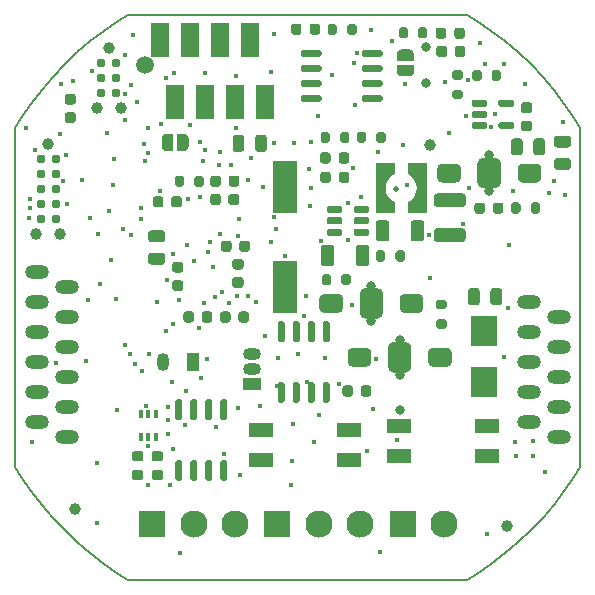
<source format=gbr>
G04 #@! TF.GenerationSoftware,KiCad,Pcbnew,5.1.12*
G04 #@! TF.CreationDate,2022-08-14T20:08:33+02:00*
G04 #@! TF.ProjectId,hec-base,6865632d-6261-4736-952e-6b696361645f,0001*
G04 #@! TF.SameCoordinates,PX4cec620PY8f8c0c0*
G04 #@! TF.FileFunction,Soldermask,Top*
G04 #@! TF.FilePolarity,Negative*
%FSLAX46Y46*%
G04 Gerber Fmt 4.6, Leading zero omitted, Abs format (unit mm)*
G04 Created by KiCad (PCBNEW 5.1.12) date 2022-08-14 20:08:33*
%MOMM*%
%LPD*%
G01*
G04 APERTURE LIST*
G04 #@! TA.AperFunction,Profile*
%ADD10C,0.200000*%
G04 #@! TD*
%ADD11C,1.500000*%
%ADD12R,1.500000X3.000000*%
%ADD13C,0.800000*%
%ADD14O,2.000000X1.200000*%
%ADD15C,1.000000*%
%ADD16R,2.300000X2.500000*%
%ADD17R,0.400000X0.650000*%
%ADD18R,1.500000X1.050000*%
%ADD19O,1.500000X1.050000*%
%ADD20R,1.050000X1.500000*%
%ADD21O,1.050000X1.500000*%
%ADD22C,2.300000*%
%ADD23R,2.300000X2.300000*%
%ADD24C,0.100000*%
%ADD25R,2.000000X1.200000*%
%ADD26R,2.000000X4.500000*%
%ADD27C,0.787400*%
%ADD28C,0.990600*%
%ADD29C,0.450000*%
%ADD30C,0.500000*%
G04 APERTURE END LIST*
D10*
X47811560Y9541500D02*
X47811560Y38296900D01*
X47310460Y39114620D02*
X46483160Y40318400D01*
X9533860Y19200D02*
X38289260Y19200D01*
X512665Y8723800D02*
X1340000Y7520000D01*
X40310760Y46490760D02*
X39106960Y47318095D01*
X47310460Y8723800D02*
X47811560Y9541500D01*
X47811560Y38296900D02*
X47310460Y39114620D01*
X2229200Y41477230D02*
X1340000Y40318400D01*
X512665Y39114620D02*
X11566Y38296900D01*
X3177830Y42587930D02*
X2229200Y41477230D01*
X8716140Y520300D02*
X9533860Y19200D01*
X7512360Y46490760D02*
X6353530Y45601560D01*
X42580260Y44652930D02*
X41469560Y45601560D01*
X5242830Y3185500D02*
X6353530Y2236800D01*
X46483160Y40318400D02*
X45593960Y41477230D01*
X2229200Y6361200D02*
X3177830Y5250500D01*
X40310760Y1347600D02*
X41469560Y2236800D01*
X6353530Y45601560D02*
X5242830Y44652930D01*
X41469560Y45601560D02*
X40310760Y46490760D01*
X38289260Y19200D02*
X39106960Y520300D01*
X7512360Y1347600D02*
X8716140Y520300D01*
X45593960Y41477230D02*
X44645260Y42587930D01*
X46483160Y7520000D02*
X47310460Y8723800D01*
X3177830Y5250500D02*
X4183290Y4190900D01*
X1340000Y40318400D02*
X512665Y39114620D01*
X4183290Y43647470D02*
X3177830Y42587930D01*
X44645260Y42587930D02*
X43639860Y43647470D01*
X39106960Y520300D02*
X40310760Y1347600D01*
X44645260Y5250500D02*
X45593960Y6361200D01*
X41469560Y2236800D02*
X42580260Y3185500D01*
X4183290Y4190900D02*
X5242830Y3185500D01*
X8716140Y47318095D02*
X7512360Y46490760D01*
X43639860Y4190900D02*
X44645260Y5250500D01*
X42580260Y3185500D02*
X43639860Y4190900D01*
X11566Y9541500D02*
X512665Y8723800D01*
X43639860Y43647470D02*
X42580260Y44652930D01*
X45593960Y6361200D02*
X46483160Y7520000D01*
X5242830Y44652930D02*
X4183290Y43647470D01*
X39106960Y47318095D02*
X38289260Y47819194D01*
X6353530Y2236800D02*
X7512360Y1347600D01*
X38289260Y47819194D02*
X9533860Y47819194D01*
X11566Y38296900D02*
X11566Y9541500D01*
X9533860Y47819194D02*
X8716140Y47318095D01*
X1340000Y7520000D02*
X2229200Y6361200D01*
D11*
G04 #@! TO.C,J103*
X11023600Y43599100D03*
D12*
X12293600Y45691100D03*
X13563600Y40491100D03*
X14833600Y45691100D03*
X16103600Y40491100D03*
X17373600Y45691100D03*
X18643600Y40491100D03*
X19913600Y45691100D03*
X21183600Y40491100D03*
G04 #@! TD*
D13*
G04 #@! TO.C,FL203*
X34762440Y45091480D03*
X34762440Y42091480D03*
G04 #@! TD*
G04 #@! TO.C,FL502*
X32562800Y14349600D03*
X32562800Y17349600D03*
G04 #@! TD*
G04 #@! TO.C,FL202*
X40132000Y35942400D03*
X40132000Y32942400D03*
G36*
G01*
X39132000Y33642400D02*
X39132000Y35242400D01*
G75*
G02*
X39632000Y35742400I500000J0D01*
G01*
X40632000Y35742400D01*
G75*
G02*
X41132000Y35242400I0J-500000D01*
G01*
X41132000Y33642400D01*
G75*
G02*
X40632000Y33142400I-500000J0D01*
G01*
X39632000Y33142400D01*
G75*
G02*
X39132000Y33642400I0J500000D01*
G01*
G37*
G36*
G01*
X42532000Y34026400D02*
X42532000Y34858400D01*
G75*
G02*
X42916000Y35242400I384000J0D01*
G01*
X44148000Y35242400D01*
G75*
G02*
X44532000Y34858400I0J-384000D01*
G01*
X44532000Y34026400D01*
G75*
G02*
X44148000Y33642400I-384000J0D01*
G01*
X42916000Y33642400D01*
G75*
G02*
X42532000Y34026400I0J384000D01*
G01*
G37*
G36*
G01*
X35732000Y34026400D02*
X35732000Y34858400D01*
G75*
G02*
X36116000Y35242400I384000J0D01*
G01*
X37348000Y35242400D01*
G75*
G02*
X37732000Y34858400I0J-384000D01*
G01*
X37732000Y34026400D01*
G75*
G02*
X37348000Y33642400I-384000J0D01*
G01*
X36116000Y33642400D01*
G75*
G02*
X35732000Y34026400I0J384000D01*
G01*
G37*
G04 #@! TD*
G04 #@! TO.C,FL201*
X30149800Y24906100D03*
X30149800Y21906100D03*
G36*
G01*
X29149800Y22606100D02*
X29149800Y24206100D01*
G75*
G02*
X29649800Y24706100I500000J0D01*
G01*
X30649800Y24706100D01*
G75*
G02*
X31149800Y24206100I0J-500000D01*
G01*
X31149800Y22606100D01*
G75*
G02*
X30649800Y22106100I-500000J0D01*
G01*
X29649800Y22106100D01*
G75*
G02*
X29149800Y22606100I0J500000D01*
G01*
G37*
G36*
G01*
X32549800Y22990100D02*
X32549800Y23822100D01*
G75*
G02*
X32933800Y24206100I384000J0D01*
G01*
X34165800Y24206100D01*
G75*
G02*
X34549800Y23822100I0J-384000D01*
G01*
X34549800Y22990100D01*
G75*
G02*
X34165800Y22606100I-384000J0D01*
G01*
X32933800Y22606100D01*
G75*
G02*
X32549800Y22990100I0J384000D01*
G01*
G37*
G36*
G01*
X25749800Y22990100D02*
X25749800Y23822100D01*
G75*
G02*
X26133800Y24206100I384000J0D01*
G01*
X27365800Y24206100D01*
G75*
G02*
X27749800Y23822100I0J-384000D01*
G01*
X27749800Y22990100D01*
G75*
G02*
X27365800Y22606100I-384000J0D01*
G01*
X26133800Y22606100D01*
G75*
G02*
X25749800Y22990100I0J384000D01*
G01*
G37*
G04 #@! TD*
G04 #@! TO.C,FL501*
X32550100Y20346800D03*
X32550100Y17346800D03*
G36*
G01*
X31550100Y18046800D02*
X31550100Y19646800D01*
G75*
G02*
X32050100Y20146800I500000J0D01*
G01*
X33050100Y20146800D01*
G75*
G02*
X33550100Y19646800I0J-500000D01*
G01*
X33550100Y18046800D01*
G75*
G02*
X33050100Y17546800I-500000J0D01*
G01*
X32050100Y17546800D01*
G75*
G02*
X31550100Y18046800I0J500000D01*
G01*
G37*
G36*
G01*
X34950100Y18430800D02*
X34950100Y19262800D01*
G75*
G02*
X35334100Y19646800I384000J0D01*
G01*
X36566100Y19646800D01*
G75*
G02*
X36950100Y19262800I0J-384000D01*
G01*
X36950100Y18430800D01*
G75*
G02*
X36566100Y18046800I-384000J0D01*
G01*
X35334100Y18046800D01*
G75*
G02*
X34950100Y18430800I0J384000D01*
G01*
G37*
G36*
G01*
X28150100Y18430800D02*
X28150100Y19262800D01*
G75*
G02*
X28534100Y19646800I384000J0D01*
G01*
X29766100Y19646800D01*
G75*
G02*
X30150100Y19262800I0J-384000D01*
G01*
X30150100Y18430800D01*
G75*
G02*
X29766100Y18046800I-384000J0D01*
G01*
X28534100Y18046800D01*
G75*
G02*
X28150100Y18430800I0J384000D01*
G01*
G37*
G04 #@! TD*
D14*
G04 #@! TO.C,J102*
X43460000Y23530000D03*
X46000000Y22260000D03*
X43460000Y20990000D03*
X46000000Y19720000D03*
X43460000Y18450000D03*
X46000000Y17180000D03*
X43460000Y15910000D03*
X46000000Y14640000D03*
X43460000Y13370000D03*
X46000000Y12100000D03*
G04 #@! TD*
G04 #@! TO.C,R208*
G36*
G01*
X27603000Y25125000D02*
X27603000Y25675000D01*
G75*
G02*
X27803000Y25875000I200000J0D01*
G01*
X28203000Y25875000D01*
G75*
G02*
X28403000Y25675000I0J-200000D01*
G01*
X28403000Y25125000D01*
G75*
G02*
X28203000Y24925000I-200000J0D01*
G01*
X27803000Y24925000D01*
G75*
G02*
X27603000Y25125000I0J200000D01*
G01*
G37*
G36*
G01*
X25953000Y25125000D02*
X25953000Y25675000D01*
G75*
G02*
X26153000Y25875000I200000J0D01*
G01*
X26553000Y25875000D01*
G75*
G02*
X26753000Y25675000I0J-200000D01*
G01*
X26753000Y25125000D01*
G75*
G02*
X26553000Y24925000I-200000J0D01*
G01*
X26153000Y24925000D01*
G75*
G02*
X25953000Y25125000I0J200000D01*
G01*
G37*
G04 #@! TD*
D15*
G04 #@! TO.C,FID106*
X35077400Y36842700D03*
G04 #@! TD*
G04 #@! TO.C,FID104*
X41617900Y4584700D03*
G04 #@! TD*
G04 #@! TO.C,FID102*
X5067300Y6032500D03*
G04 #@! TD*
G04 #@! TO.C,D202*
G36*
G01*
X40456600Y31214350D02*
X40456600Y31726850D01*
G75*
G02*
X40675350Y31945600I218750J0D01*
G01*
X41112850Y31945600D01*
G75*
G02*
X41331600Y31726850I0J-218750D01*
G01*
X41331600Y31214350D01*
G75*
G02*
X41112850Y30995600I-218750J0D01*
G01*
X40675350Y30995600D01*
G75*
G02*
X40456600Y31214350I0J218750D01*
G01*
G37*
G36*
G01*
X38881600Y31214350D02*
X38881600Y31726850D01*
G75*
G02*
X39100350Y31945600I218750J0D01*
G01*
X39537850Y31945600D01*
G75*
G02*
X39756600Y31726850I0J-218750D01*
G01*
X39756600Y31214350D01*
G75*
G02*
X39537850Y30995600I-218750J0D01*
G01*
X39100350Y30995600D01*
G75*
G02*
X38881600Y31214350I0J218750D01*
G01*
G37*
G04 #@! TD*
G04 #@! TO.C,C202*
G36*
G01*
X28814600Y26807399D02*
X28814600Y28107401D01*
G75*
G02*
X29064599Y28357400I249999J0D01*
G01*
X29714601Y28357400D01*
G75*
G02*
X29964600Y28107401I0J-249999D01*
G01*
X29964600Y26807399D01*
G75*
G02*
X29714601Y26557400I-249999J0D01*
G01*
X29064599Y26557400D01*
G75*
G02*
X28814600Y26807399I0J249999D01*
G01*
G37*
G36*
G01*
X25864600Y26807399D02*
X25864600Y28107401D01*
G75*
G02*
X26114599Y28357400I249999J0D01*
G01*
X26764601Y28357400D01*
G75*
G02*
X27014600Y28107401I0J-249999D01*
G01*
X27014600Y26807399D01*
G75*
G02*
X26764601Y26557400I-249999J0D01*
G01*
X26114599Y26557400D01*
G75*
G02*
X25864600Y26807399I0J249999D01*
G01*
G37*
G04 #@! TD*
G04 #@! TO.C,C203*
G36*
G01*
X35691899Y29770500D02*
X37891901Y29770500D01*
G75*
G02*
X38141900Y29520501I0J-249999D01*
G01*
X38141900Y28870499D01*
G75*
G02*
X37891901Y28620500I-249999J0D01*
G01*
X35691899Y28620500D01*
G75*
G02*
X35441900Y28870499I0J249999D01*
G01*
X35441900Y29520501D01*
G75*
G02*
X35691899Y29770500I249999J0D01*
G01*
G37*
G36*
G01*
X35691899Y32720500D02*
X37891901Y32720500D01*
G75*
G02*
X38141900Y32470501I0J-249999D01*
G01*
X38141900Y31820499D01*
G75*
G02*
X37891901Y31570500I-249999J0D01*
G01*
X35691899Y31570500D01*
G75*
G02*
X35441900Y31820499I0J249999D01*
G01*
X35441900Y32470501D01*
G75*
G02*
X35691899Y32720500I249999J0D01*
G01*
G37*
G04 #@! TD*
G04 #@! TO.C,C204*
G36*
G01*
X33477300Y28902899D02*
X33477300Y30202901D01*
G75*
G02*
X33727299Y30452900I249999J0D01*
G01*
X34377301Y30452900D01*
G75*
G02*
X34627300Y30202901I0J-249999D01*
G01*
X34627300Y28902899D01*
G75*
G02*
X34377301Y28652900I-249999J0D01*
G01*
X33727299Y28652900D01*
G75*
G02*
X33477300Y28902899I0J249999D01*
G01*
G37*
G36*
G01*
X30527300Y28902899D02*
X30527300Y30202901D01*
G75*
G02*
X30777299Y30452900I249999J0D01*
G01*
X31427301Y30452900D01*
G75*
G02*
X31677300Y30202901I0J-249999D01*
G01*
X31677300Y28902899D01*
G75*
G02*
X31427301Y28652900I-249999J0D01*
G01*
X30777299Y28652900D01*
G75*
G02*
X30527300Y28902899I0J249999D01*
G01*
G37*
G04 #@! TD*
G04 #@! TO.C,C205*
G36*
G01*
X43044300Y38874820D02*
X43544300Y38874820D01*
G75*
G02*
X43769300Y38649820I0J-225000D01*
G01*
X43769300Y38199820D01*
G75*
G02*
X43544300Y37974820I-225000J0D01*
G01*
X43044300Y37974820D01*
G75*
G02*
X42819300Y38199820I0J225000D01*
G01*
X42819300Y38649820D01*
G75*
G02*
X43044300Y38874820I225000J0D01*
G01*
G37*
G36*
G01*
X43044300Y40424820D02*
X43544300Y40424820D01*
G75*
G02*
X43769300Y40199820I0J-225000D01*
G01*
X43769300Y39749820D01*
G75*
G02*
X43544300Y39524820I-225000J0D01*
G01*
X43044300Y39524820D01*
G75*
G02*
X42819300Y39749820I0J225000D01*
G01*
X42819300Y40199820D01*
G75*
G02*
X43044300Y40424820I225000J0D01*
G01*
G37*
G04 #@! TD*
G04 #@! TO.C,C206*
G36*
G01*
X43873840Y36182280D02*
X43873840Y37132280D01*
G75*
G02*
X44123840Y37382280I250000J0D01*
G01*
X44623840Y37382280D01*
G75*
G02*
X44873840Y37132280I0J-250000D01*
G01*
X44873840Y36182280D01*
G75*
G02*
X44623840Y35932280I-250000J0D01*
G01*
X44123840Y35932280D01*
G75*
G02*
X43873840Y36182280I0J250000D01*
G01*
G37*
G36*
G01*
X41973840Y36182280D02*
X41973840Y37132280D01*
G75*
G02*
X42223840Y37382280I250000J0D01*
G01*
X42723840Y37382280D01*
G75*
G02*
X42973840Y37132280I0J-250000D01*
G01*
X42973840Y36182280D01*
G75*
G02*
X42723840Y35932280I-250000J0D01*
G01*
X42223840Y35932280D01*
G75*
G02*
X41973840Y36182280I0J250000D01*
G01*
G37*
G04 #@! TD*
G04 #@! TO.C,C207*
G36*
G01*
X46809680Y36599280D02*
X45859680Y36599280D01*
G75*
G02*
X45609680Y36849280I0J250000D01*
G01*
X45609680Y37349280D01*
G75*
G02*
X45859680Y37599280I250000J0D01*
G01*
X46809680Y37599280D01*
G75*
G02*
X47059680Y37349280I0J-250000D01*
G01*
X47059680Y36849280D01*
G75*
G02*
X46809680Y36599280I-250000J0D01*
G01*
G37*
G36*
G01*
X46809680Y34699280D02*
X45859680Y34699280D01*
G75*
G02*
X45609680Y34949280I0J250000D01*
G01*
X45609680Y35449280D01*
G75*
G02*
X45859680Y35699280I250000J0D01*
G01*
X46809680Y35699280D01*
G75*
G02*
X47059680Y35449280I0J-250000D01*
G01*
X47059680Y34949280D01*
G75*
G02*
X46809680Y34699280I-250000J0D01*
G01*
G37*
G04 #@! TD*
G04 #@! TO.C,C214*
G36*
G01*
X18606960Y25623640D02*
X19106960Y25623640D01*
G75*
G02*
X19331960Y25398640I0J-225000D01*
G01*
X19331960Y24948640D01*
G75*
G02*
X19106960Y24723640I-225000J0D01*
G01*
X18606960Y24723640D01*
G75*
G02*
X18381960Y24948640I0J225000D01*
G01*
X18381960Y25398640D01*
G75*
G02*
X18606960Y25623640I225000J0D01*
G01*
G37*
G36*
G01*
X18606960Y27173640D02*
X19106960Y27173640D01*
G75*
G02*
X19331960Y26948640I0J-225000D01*
G01*
X19331960Y26498640D01*
G75*
G02*
X19106960Y26273640I-225000J0D01*
G01*
X18606960Y26273640D01*
G75*
G02*
X18381960Y26498640I0J225000D01*
G01*
X18381960Y26948640D01*
G75*
G02*
X18606960Y27173640I225000J0D01*
G01*
G37*
G04 #@! TD*
G04 #@! TO.C,C215*
G36*
G01*
X37205800Y44492100D02*
X37205800Y44992100D01*
G75*
G02*
X37430800Y45217100I225000J0D01*
G01*
X37880800Y45217100D01*
G75*
G02*
X38105800Y44992100I0J-225000D01*
G01*
X38105800Y44492100D01*
G75*
G02*
X37880800Y44267100I-225000J0D01*
G01*
X37430800Y44267100D01*
G75*
G02*
X37205800Y44492100I0J225000D01*
G01*
G37*
G36*
G01*
X35655800Y44492100D02*
X35655800Y44992100D01*
G75*
G02*
X35880800Y45217100I225000J0D01*
G01*
X36330800Y45217100D01*
G75*
G02*
X36555800Y44992100I0J-225000D01*
G01*
X36555800Y44492100D01*
G75*
G02*
X36330800Y44267100I-225000J0D01*
G01*
X35880800Y44267100D01*
G75*
G02*
X35655800Y44492100I0J225000D01*
G01*
G37*
G04 #@! TD*
G04 #@! TO.C,C216*
G36*
G01*
X18066900Y33506600D02*
X18066900Y34006600D01*
G75*
G02*
X18291900Y34231600I225000J0D01*
G01*
X18741900Y34231600D01*
G75*
G02*
X18966900Y34006600I0J-225000D01*
G01*
X18966900Y33506600D01*
G75*
G02*
X18741900Y33281600I-225000J0D01*
G01*
X18291900Y33281600D01*
G75*
G02*
X18066900Y33506600I0J225000D01*
G01*
G37*
G36*
G01*
X16516900Y33506600D02*
X16516900Y34006600D01*
G75*
G02*
X16741900Y34231600I225000J0D01*
G01*
X17191900Y34231600D01*
G75*
G02*
X17416900Y34006600I0J-225000D01*
G01*
X17416900Y33506600D01*
G75*
G02*
X17191900Y33281600I-225000J0D01*
G01*
X16741900Y33281600D01*
G75*
G02*
X16516900Y33506600I0J225000D01*
G01*
G37*
G04 #@! TD*
G04 #@! TO.C,C217*
G36*
G01*
X12552800Y32254000D02*
X12552800Y31754000D01*
G75*
G02*
X12327800Y31529000I-225000J0D01*
G01*
X11877800Y31529000D01*
G75*
G02*
X11652800Y31754000I0J225000D01*
G01*
X11652800Y32254000D01*
G75*
G02*
X11877800Y32479000I225000J0D01*
G01*
X12327800Y32479000D01*
G75*
G02*
X12552800Y32254000I0J-225000D01*
G01*
G37*
G36*
G01*
X14102800Y32254000D02*
X14102800Y31754000D01*
G75*
G02*
X13877800Y31529000I-225000J0D01*
G01*
X13427800Y31529000D01*
G75*
G02*
X13202800Y31754000I0J225000D01*
G01*
X13202800Y32254000D01*
G75*
G02*
X13427800Y32479000I225000J0D01*
G01*
X13877800Y32479000D01*
G75*
G02*
X14102800Y32254000I0J-225000D01*
G01*
G37*
G04 #@! TD*
G04 #@! TO.C,C218*
G36*
G01*
X20300100Y36482000D02*
X20300100Y37432000D01*
G75*
G02*
X20550100Y37682000I250000J0D01*
G01*
X21050100Y37682000D01*
G75*
G02*
X21300100Y37432000I0J-250000D01*
G01*
X21300100Y36482000D01*
G75*
G02*
X21050100Y36232000I-250000J0D01*
G01*
X20550100Y36232000D01*
G75*
G02*
X20300100Y36482000I0J250000D01*
G01*
G37*
G36*
G01*
X18400100Y36482000D02*
X18400100Y37432000D01*
G75*
G02*
X18650100Y37682000I250000J0D01*
G01*
X19150100Y37682000D01*
G75*
G02*
X19400100Y37432000I0J-250000D01*
G01*
X19400100Y36482000D01*
G75*
G02*
X19150100Y36232000I-250000J0D01*
G01*
X18650100Y36232000D01*
G75*
G02*
X18400100Y36482000I0J250000D01*
G01*
G37*
G04 #@! TD*
G04 #@! TO.C,C219*
G36*
G01*
X11501100Y27690700D02*
X12451100Y27690700D01*
G75*
G02*
X12701100Y27440700I0J-250000D01*
G01*
X12701100Y26940700D01*
G75*
G02*
X12451100Y26690700I-250000J0D01*
G01*
X11501100Y26690700D01*
G75*
G02*
X11251100Y26940700I0J250000D01*
G01*
X11251100Y27440700D01*
G75*
G02*
X11501100Y27690700I250000J0D01*
G01*
G37*
G36*
G01*
X11501100Y29590700D02*
X12451100Y29590700D01*
G75*
G02*
X12701100Y29340700I0J-250000D01*
G01*
X12701100Y28840700D01*
G75*
G02*
X12451100Y28590700I-250000J0D01*
G01*
X11501100Y28590700D01*
G75*
G02*
X11251100Y28840700I0J250000D01*
G01*
X11251100Y29340700D01*
G75*
G02*
X11501100Y29590700I250000J0D01*
G01*
G37*
G04 #@! TD*
G04 #@! TO.C,C220*
G36*
G01*
X18054200Y31957200D02*
X18054200Y32457200D01*
G75*
G02*
X18279200Y32682200I225000J0D01*
G01*
X18729200Y32682200D01*
G75*
G02*
X18954200Y32457200I0J-225000D01*
G01*
X18954200Y31957200D01*
G75*
G02*
X18729200Y31732200I-225000J0D01*
G01*
X18279200Y31732200D01*
G75*
G02*
X18054200Y31957200I0J225000D01*
G01*
G37*
G36*
G01*
X16504200Y31957200D02*
X16504200Y32457200D01*
G75*
G02*
X16729200Y32682200I225000J0D01*
G01*
X17179200Y32682200D01*
G75*
G02*
X17404200Y32457200I0J-225000D01*
G01*
X17404200Y31957200D01*
G75*
G02*
X17179200Y31732200I-225000J0D01*
G01*
X16729200Y31732200D01*
G75*
G02*
X16504200Y31957200I0J225000D01*
G01*
G37*
G04 #@! TD*
G04 #@! TO.C,C221*
G36*
G01*
X18968600Y27994800D02*
X18968600Y28494800D01*
G75*
G02*
X19193600Y28719800I225000J0D01*
G01*
X19643600Y28719800D01*
G75*
G02*
X19868600Y28494800I0J-225000D01*
G01*
X19868600Y27994800D01*
G75*
G02*
X19643600Y27769800I-225000J0D01*
G01*
X19193600Y27769800D01*
G75*
G02*
X18968600Y27994800I0J225000D01*
G01*
G37*
G36*
G01*
X17418600Y27994800D02*
X17418600Y28494800D01*
G75*
G02*
X17643600Y28719800I225000J0D01*
G01*
X18093600Y28719800D01*
G75*
G02*
X18318600Y28494800I0J-225000D01*
G01*
X18318600Y27994800D01*
G75*
G02*
X18093600Y27769800I-225000J0D01*
G01*
X17643600Y27769800D01*
G75*
G02*
X17418600Y27994800I0J225000D01*
G01*
G37*
G04 #@! TD*
G04 #@! TO.C,C222*
G36*
G01*
X13504100Y25367100D02*
X14004100Y25367100D01*
G75*
G02*
X14229100Y25142100I0J-225000D01*
G01*
X14229100Y24692100D01*
G75*
G02*
X14004100Y24467100I-225000J0D01*
G01*
X13504100Y24467100D01*
G75*
G02*
X13279100Y24692100I0J225000D01*
G01*
X13279100Y25142100D01*
G75*
G02*
X13504100Y25367100I225000J0D01*
G01*
G37*
G36*
G01*
X13504100Y26917100D02*
X14004100Y26917100D01*
G75*
G02*
X14229100Y26692100I0J-225000D01*
G01*
X14229100Y26242100D01*
G75*
G02*
X14004100Y26017100I-225000J0D01*
G01*
X13504100Y26017100D01*
G75*
G02*
X13279100Y26242100I0J225000D01*
G01*
X13279100Y26692100D01*
G75*
G02*
X13504100Y26917100I225000J0D01*
G01*
G37*
G04 #@! TD*
G04 #@! TO.C,C223*
G36*
G01*
X15793600Y22013100D02*
X15793600Y22513100D01*
G75*
G02*
X16018600Y22738100I225000J0D01*
G01*
X16468600Y22738100D01*
G75*
G02*
X16693600Y22513100I0J-225000D01*
G01*
X16693600Y22013100D01*
G75*
G02*
X16468600Y21788100I-225000J0D01*
G01*
X16018600Y21788100D01*
G75*
G02*
X15793600Y22013100I0J225000D01*
G01*
G37*
G36*
G01*
X14243600Y22013100D02*
X14243600Y22513100D01*
G75*
G02*
X14468600Y22738100I225000J0D01*
G01*
X14918600Y22738100D01*
G75*
G02*
X15143600Y22513100I0J-225000D01*
G01*
X15143600Y22013100D01*
G75*
G02*
X14918600Y21788100I-225000J0D01*
G01*
X14468600Y21788100D01*
G75*
G02*
X14243600Y22013100I0J225000D01*
G01*
G37*
G04 #@! TD*
G04 #@! TO.C,C224*
G36*
G01*
X18242400Y22500400D02*
X18242400Y22000400D01*
G75*
G02*
X18017400Y21775400I-225000J0D01*
G01*
X17567400Y21775400D01*
G75*
G02*
X17342400Y22000400I0J225000D01*
G01*
X17342400Y22500400D01*
G75*
G02*
X17567400Y22725400I225000J0D01*
G01*
X18017400Y22725400D01*
G75*
G02*
X18242400Y22500400I0J-225000D01*
G01*
G37*
G36*
G01*
X19792400Y22500400D02*
X19792400Y22000400D01*
G75*
G02*
X19567400Y21775400I-225000J0D01*
G01*
X19117400Y21775400D01*
G75*
G02*
X18892400Y22000400I0J225000D01*
G01*
X18892400Y22500400D01*
G75*
G02*
X19117400Y22725400I225000J0D01*
G01*
X19567400Y22725400D01*
G75*
G02*
X19792400Y22500400I0J-225000D01*
G01*
G37*
G04 #@! TD*
G04 #@! TO.C,C401*
G36*
G01*
X4910900Y40241100D02*
X4410900Y40241100D01*
G75*
G02*
X4185900Y40466100I0J225000D01*
G01*
X4185900Y40916100D01*
G75*
G02*
X4410900Y41141100I225000J0D01*
G01*
X4910900Y41141100D01*
G75*
G02*
X5135900Y40916100I0J-225000D01*
G01*
X5135900Y40466100D01*
G75*
G02*
X4910900Y40241100I-225000J0D01*
G01*
G37*
G36*
G01*
X4910900Y38691100D02*
X4410900Y38691100D01*
G75*
G02*
X4185900Y38916100I0J225000D01*
G01*
X4185900Y39366100D01*
G75*
G02*
X4410900Y39591100I225000J0D01*
G01*
X4910900Y39591100D01*
G75*
G02*
X5135900Y39366100I0J-225000D01*
G01*
X5135900Y38916100D01*
G75*
G02*
X4910900Y38691100I-225000J0D01*
G01*
G37*
G04 #@! TD*
G04 #@! TO.C,C502*
G36*
G01*
X40226400Y23502600D02*
X40226400Y24452600D01*
G75*
G02*
X40476400Y24702600I250000J0D01*
G01*
X40976400Y24702600D01*
G75*
G02*
X41226400Y24452600I0J-250000D01*
G01*
X41226400Y23502600D01*
G75*
G02*
X40976400Y23252600I-250000J0D01*
G01*
X40476400Y23252600D01*
G75*
G02*
X40226400Y23502600I0J250000D01*
G01*
G37*
G36*
G01*
X38326400Y23502600D02*
X38326400Y24452600D01*
G75*
G02*
X38576400Y24702600I250000J0D01*
G01*
X39076400Y24702600D01*
G75*
G02*
X39326400Y24452600I0J-250000D01*
G01*
X39326400Y23502600D01*
G75*
G02*
X39076400Y23252600I-250000J0D01*
G01*
X38576400Y23252600D01*
G75*
G02*
X38326400Y23502600I0J250000D01*
G01*
G37*
G04 #@! TD*
G04 #@! TO.C,C503*
G36*
G01*
X29255300Y15739300D02*
X29255300Y16239300D01*
G75*
G02*
X29480300Y16464300I225000J0D01*
G01*
X29930300Y16464300D01*
G75*
G02*
X30155300Y16239300I0J-225000D01*
G01*
X30155300Y15739300D01*
G75*
G02*
X29930300Y15514300I-225000J0D01*
G01*
X29480300Y15514300D01*
G75*
G02*
X29255300Y15739300I0J225000D01*
G01*
G37*
G36*
G01*
X27705300Y15739300D02*
X27705300Y16239300D01*
G75*
G02*
X27930300Y16464300I225000J0D01*
G01*
X28380300Y16464300D01*
G75*
G02*
X28605300Y16239300I0J-225000D01*
G01*
X28605300Y15739300D01*
G75*
G02*
X28380300Y15514300I-225000J0D01*
G01*
X27930300Y15514300D01*
G75*
G02*
X27705300Y15739300I0J225000D01*
G01*
G37*
G04 #@! TD*
G04 #@! TO.C,D203*
G36*
G01*
X36480000Y46547750D02*
X36480000Y46035250D01*
G75*
G02*
X36261250Y45816500I-218750J0D01*
G01*
X35823750Y45816500D01*
G75*
G02*
X35605000Y46035250I0J218750D01*
G01*
X35605000Y46547750D01*
G75*
G02*
X35823750Y46766500I218750J0D01*
G01*
X36261250Y46766500D01*
G75*
G02*
X36480000Y46547750I0J-218750D01*
G01*
G37*
G36*
G01*
X38055000Y46547750D02*
X38055000Y46035250D01*
G75*
G02*
X37836250Y45816500I-218750J0D01*
G01*
X37398750Y45816500D01*
G75*
G02*
X37180000Y46035250I0J218750D01*
G01*
X37180000Y46547750D01*
G75*
G02*
X37398750Y46766500I218750J0D01*
G01*
X37836250Y46766500D01*
G75*
G02*
X38055000Y46547750I0J-218750D01*
G01*
G37*
G04 #@! TD*
G04 #@! TO.C,D204*
G36*
G01*
X24937200Y46365450D02*
X24937200Y46877950D01*
G75*
G02*
X25155950Y47096700I218750J0D01*
G01*
X25593450Y47096700D01*
G75*
G02*
X25812200Y46877950I0J-218750D01*
G01*
X25812200Y46365450D01*
G75*
G02*
X25593450Y46146700I-218750J0D01*
G01*
X25155950Y46146700D01*
G75*
G02*
X24937200Y46365450I0J218750D01*
G01*
G37*
G36*
G01*
X23362200Y46365450D02*
X23362200Y46877950D01*
G75*
G02*
X23580950Y47096700I218750J0D01*
G01*
X24018450Y47096700D01*
G75*
G02*
X24237200Y46877950I0J-218750D01*
G01*
X24237200Y46365450D01*
G75*
G02*
X24018450Y46146700I-218750J0D01*
G01*
X23580950Y46146700D01*
G75*
G02*
X23362200Y46365450I0J218750D01*
G01*
G37*
G04 #@! TD*
G04 #@! TO.C,D301*
G36*
G01*
X12295850Y10027300D02*
X11783350Y10027300D01*
G75*
G02*
X11564600Y10246050I0J218750D01*
G01*
X11564600Y10683550D01*
G75*
G02*
X11783350Y10902300I218750J0D01*
G01*
X12295850Y10902300D01*
G75*
G02*
X12514600Y10683550I0J-218750D01*
G01*
X12514600Y10246050D01*
G75*
G02*
X12295850Y10027300I-218750J0D01*
G01*
G37*
G36*
G01*
X12295850Y8452300D02*
X11783350Y8452300D01*
G75*
G02*
X11564600Y8671050I0J218750D01*
G01*
X11564600Y9108550D01*
G75*
G02*
X11783350Y9327300I218750J0D01*
G01*
X12295850Y9327300D01*
G75*
G02*
X12514600Y9108550I0J-218750D01*
G01*
X12514600Y8671050D01*
G75*
G02*
X12295850Y8452300I-218750J0D01*
G01*
G37*
G04 #@! TD*
G04 #@! TO.C,D304*
G36*
G01*
X10619450Y10027500D02*
X10106950Y10027500D01*
G75*
G02*
X9888200Y10246250I0J218750D01*
G01*
X9888200Y10683750D01*
G75*
G02*
X10106950Y10902500I218750J0D01*
G01*
X10619450Y10902500D01*
G75*
G02*
X10838200Y10683750I0J-218750D01*
G01*
X10838200Y10246250D01*
G75*
G02*
X10619450Y10027500I-218750J0D01*
G01*
G37*
G36*
G01*
X10619450Y8452500D02*
X10106950Y8452500D01*
G75*
G02*
X9888200Y8671250I0J218750D01*
G01*
X9888200Y9108750D01*
G75*
G02*
X10106950Y9327500I218750J0D01*
G01*
X10619450Y9327500D01*
G75*
G02*
X10838200Y9108750I0J-218750D01*
G01*
X10838200Y8671250D01*
G75*
G02*
X10619450Y8452500I-218750J0D01*
G01*
G37*
G04 #@! TD*
G04 #@! TO.C,D401*
G36*
G01*
X26701000Y34343050D02*
X26701000Y33830550D01*
G75*
G02*
X26482250Y33611800I-218750J0D01*
G01*
X26044750Y33611800D01*
G75*
G02*
X25826000Y33830550I0J218750D01*
G01*
X25826000Y34343050D01*
G75*
G02*
X26044750Y34561800I218750J0D01*
G01*
X26482250Y34561800D01*
G75*
G02*
X26701000Y34343050I0J-218750D01*
G01*
G37*
G36*
G01*
X28276000Y34343050D02*
X28276000Y33830550D01*
G75*
G02*
X28057250Y33611800I-218750J0D01*
G01*
X27619750Y33611800D01*
G75*
G02*
X27401000Y33830550I0J218750D01*
G01*
X27401000Y34343050D01*
G75*
G02*
X27619750Y34561800I218750J0D01*
G01*
X28057250Y34561800D01*
G75*
G02*
X28276000Y34343050I0J-218750D01*
G01*
G37*
G04 #@! TD*
G04 #@! TO.C,D402*
G36*
G01*
X26701000Y35981350D02*
X26701000Y35468850D01*
G75*
G02*
X26482250Y35250100I-218750J0D01*
G01*
X26044750Y35250100D01*
G75*
G02*
X25826000Y35468850I0J218750D01*
G01*
X25826000Y35981350D01*
G75*
G02*
X26044750Y36200100I218750J0D01*
G01*
X26482250Y36200100D01*
G75*
G02*
X26701000Y35981350I0J-218750D01*
G01*
G37*
G36*
G01*
X28276000Y35981350D02*
X28276000Y35468850D01*
G75*
G02*
X28057250Y35250100I-218750J0D01*
G01*
X27619750Y35250100D01*
G75*
G02*
X27401000Y35468850I0J218750D01*
G01*
X27401000Y35981350D01*
G75*
G02*
X27619750Y36200100I218750J0D01*
G01*
X28057250Y36200100D01*
G75*
G02*
X28276000Y35981350I0J-218750D01*
G01*
G37*
G04 #@! TD*
D16*
G04 #@! TO.C,D501*
X39725600Y16747600D03*
X39725600Y21047600D03*
G04 #@! TD*
G04 #@! TO.C,IC201*
G36*
G01*
X28643600Y31191100D02*
X28643600Y31491100D01*
G75*
G02*
X28793600Y31641100I150000J0D01*
G01*
X29818600Y31641100D01*
G75*
G02*
X29968600Y31491100I0J-150000D01*
G01*
X29968600Y31191100D01*
G75*
G02*
X29818600Y31041100I-150000J0D01*
G01*
X28793600Y31041100D01*
G75*
G02*
X28643600Y31191100I0J150000D01*
G01*
G37*
G36*
G01*
X28643600Y30241100D02*
X28643600Y30541100D01*
G75*
G02*
X28793600Y30691100I150000J0D01*
G01*
X29818600Y30691100D01*
G75*
G02*
X29968600Y30541100I0J-150000D01*
G01*
X29968600Y30241100D01*
G75*
G02*
X29818600Y30091100I-150000J0D01*
G01*
X28793600Y30091100D01*
G75*
G02*
X28643600Y30241100I0J150000D01*
G01*
G37*
G36*
G01*
X28643600Y29291100D02*
X28643600Y29591100D01*
G75*
G02*
X28793600Y29741100I150000J0D01*
G01*
X29818600Y29741100D01*
G75*
G02*
X29968600Y29591100I0J-150000D01*
G01*
X29968600Y29291100D01*
G75*
G02*
X29818600Y29141100I-150000J0D01*
G01*
X28793600Y29141100D01*
G75*
G02*
X28643600Y29291100I0J150000D01*
G01*
G37*
G36*
G01*
X26368600Y29291100D02*
X26368600Y29591100D01*
G75*
G02*
X26518600Y29741100I150000J0D01*
G01*
X27543600Y29741100D01*
G75*
G02*
X27693600Y29591100I0J-150000D01*
G01*
X27693600Y29291100D01*
G75*
G02*
X27543600Y29141100I-150000J0D01*
G01*
X26518600Y29141100D01*
G75*
G02*
X26368600Y29291100I0J150000D01*
G01*
G37*
G36*
G01*
X26368600Y30241100D02*
X26368600Y30541100D01*
G75*
G02*
X26518600Y30691100I150000J0D01*
G01*
X27543600Y30691100D01*
G75*
G02*
X27693600Y30541100I0J-150000D01*
G01*
X27693600Y30241100D01*
G75*
G02*
X27543600Y30091100I-150000J0D01*
G01*
X26518600Y30091100D01*
G75*
G02*
X26368600Y30241100I0J150000D01*
G01*
G37*
G36*
G01*
X26368600Y31191100D02*
X26368600Y31491100D01*
G75*
G02*
X26518600Y31641100I150000J0D01*
G01*
X27543600Y31641100D01*
G75*
G02*
X27693600Y31491100I0J-150000D01*
G01*
X27693600Y31191100D01*
G75*
G02*
X27543600Y31041100I-150000J0D01*
G01*
X26518600Y31041100D01*
G75*
G02*
X26368600Y31191100I0J150000D01*
G01*
G37*
G04 #@! TD*
G04 #@! TO.C,IC202*
G36*
G01*
X40911800Y40208100D02*
X40911800Y40508100D01*
G75*
G02*
X41061800Y40658100I150000J0D01*
G01*
X42086800Y40658100D01*
G75*
G02*
X42236800Y40508100I0J-150000D01*
G01*
X42236800Y40208100D01*
G75*
G02*
X42086800Y40058100I-150000J0D01*
G01*
X41061800Y40058100D01*
G75*
G02*
X40911800Y40208100I0J150000D01*
G01*
G37*
G36*
G01*
X40911800Y38308100D02*
X40911800Y38608100D01*
G75*
G02*
X41061800Y38758100I150000J0D01*
G01*
X42086800Y38758100D01*
G75*
G02*
X42236800Y38608100I0J-150000D01*
G01*
X42236800Y38308100D01*
G75*
G02*
X42086800Y38158100I-150000J0D01*
G01*
X41061800Y38158100D01*
G75*
G02*
X40911800Y38308100I0J150000D01*
G01*
G37*
G36*
G01*
X38636800Y38308100D02*
X38636800Y38608100D01*
G75*
G02*
X38786800Y38758100I150000J0D01*
G01*
X39811800Y38758100D01*
G75*
G02*
X39961800Y38608100I0J-150000D01*
G01*
X39961800Y38308100D01*
G75*
G02*
X39811800Y38158100I-150000J0D01*
G01*
X38786800Y38158100D01*
G75*
G02*
X38636800Y38308100I0J150000D01*
G01*
G37*
G36*
G01*
X38636800Y39258100D02*
X38636800Y39558100D01*
G75*
G02*
X38786800Y39708100I150000J0D01*
G01*
X39811800Y39708100D01*
G75*
G02*
X39961800Y39558100I0J-150000D01*
G01*
X39961800Y39258100D01*
G75*
G02*
X39811800Y39108100I-150000J0D01*
G01*
X38786800Y39108100D01*
G75*
G02*
X38636800Y39258100I0J150000D01*
G01*
G37*
G36*
G01*
X38636800Y40208100D02*
X38636800Y40508100D01*
G75*
G02*
X38786800Y40658100I150000J0D01*
G01*
X39811800Y40658100D01*
G75*
G02*
X39961800Y40508100I0J-150000D01*
G01*
X39961800Y40208100D01*
G75*
G02*
X39811800Y40058100I-150000J0D01*
G01*
X38786800Y40058100D01*
G75*
G02*
X38636800Y40208100I0J150000D01*
G01*
G37*
G04 #@! TD*
G04 #@! TO.C,IC204*
G36*
G01*
X29347900Y44414300D02*
X29347900Y44714300D01*
G75*
G02*
X29497900Y44864300I150000J0D01*
G01*
X30947900Y44864300D01*
G75*
G02*
X31097900Y44714300I0J-150000D01*
G01*
X31097900Y44414300D01*
G75*
G02*
X30947900Y44264300I-150000J0D01*
G01*
X29497900Y44264300D01*
G75*
G02*
X29347900Y44414300I0J150000D01*
G01*
G37*
G36*
G01*
X29347900Y43144300D02*
X29347900Y43444300D01*
G75*
G02*
X29497900Y43594300I150000J0D01*
G01*
X30947900Y43594300D01*
G75*
G02*
X31097900Y43444300I0J-150000D01*
G01*
X31097900Y43144300D01*
G75*
G02*
X30947900Y42994300I-150000J0D01*
G01*
X29497900Y42994300D01*
G75*
G02*
X29347900Y43144300I0J150000D01*
G01*
G37*
G36*
G01*
X29347900Y41874300D02*
X29347900Y42174300D01*
G75*
G02*
X29497900Y42324300I150000J0D01*
G01*
X30947900Y42324300D01*
G75*
G02*
X31097900Y42174300I0J-150000D01*
G01*
X31097900Y41874300D01*
G75*
G02*
X30947900Y41724300I-150000J0D01*
G01*
X29497900Y41724300D01*
G75*
G02*
X29347900Y41874300I0J150000D01*
G01*
G37*
G36*
G01*
X29347900Y40604300D02*
X29347900Y40904300D01*
G75*
G02*
X29497900Y41054300I150000J0D01*
G01*
X30947900Y41054300D01*
G75*
G02*
X31097900Y40904300I0J-150000D01*
G01*
X31097900Y40604300D01*
G75*
G02*
X30947900Y40454300I-150000J0D01*
G01*
X29497900Y40454300D01*
G75*
G02*
X29347900Y40604300I0J150000D01*
G01*
G37*
G36*
G01*
X24197900Y40604300D02*
X24197900Y40904300D01*
G75*
G02*
X24347900Y41054300I150000J0D01*
G01*
X25797900Y41054300D01*
G75*
G02*
X25947900Y40904300I0J-150000D01*
G01*
X25947900Y40604300D01*
G75*
G02*
X25797900Y40454300I-150000J0D01*
G01*
X24347900Y40454300D01*
G75*
G02*
X24197900Y40604300I0J150000D01*
G01*
G37*
G36*
G01*
X24197900Y41874300D02*
X24197900Y42174300D01*
G75*
G02*
X24347900Y42324300I150000J0D01*
G01*
X25797900Y42324300D01*
G75*
G02*
X25947900Y42174300I0J-150000D01*
G01*
X25947900Y41874300D01*
G75*
G02*
X25797900Y41724300I-150000J0D01*
G01*
X24347900Y41724300D01*
G75*
G02*
X24197900Y41874300I0J150000D01*
G01*
G37*
G36*
G01*
X24197900Y43144300D02*
X24197900Y43444300D01*
G75*
G02*
X24347900Y43594300I150000J0D01*
G01*
X25797900Y43594300D01*
G75*
G02*
X25947900Y43444300I0J-150000D01*
G01*
X25947900Y43144300D01*
G75*
G02*
X25797900Y42994300I-150000J0D01*
G01*
X24347900Y42994300D01*
G75*
G02*
X24197900Y43144300I0J150000D01*
G01*
G37*
G36*
G01*
X24197900Y44414300D02*
X24197900Y44714300D01*
G75*
G02*
X24347900Y44864300I150000J0D01*
G01*
X25797900Y44864300D01*
G75*
G02*
X25947900Y44714300I0J-150000D01*
G01*
X25947900Y44414300D01*
G75*
G02*
X25797900Y44264300I-150000J0D01*
G01*
X24347900Y44264300D01*
G75*
G02*
X24197900Y44414300I0J150000D01*
G01*
G37*
G04 #@! TD*
G04 #@! TO.C,IC301*
G36*
G01*
X17503000Y10136400D02*
X17803000Y10136400D01*
G75*
G02*
X17953000Y9986400I0J-150000D01*
G01*
X17953000Y8536400D01*
G75*
G02*
X17803000Y8386400I-150000J0D01*
G01*
X17503000Y8386400D01*
G75*
G02*
X17353000Y8536400I0J150000D01*
G01*
X17353000Y9986400D01*
G75*
G02*
X17503000Y10136400I150000J0D01*
G01*
G37*
G36*
G01*
X16233000Y10136400D02*
X16533000Y10136400D01*
G75*
G02*
X16683000Y9986400I0J-150000D01*
G01*
X16683000Y8536400D01*
G75*
G02*
X16533000Y8386400I-150000J0D01*
G01*
X16233000Y8386400D01*
G75*
G02*
X16083000Y8536400I0J150000D01*
G01*
X16083000Y9986400D01*
G75*
G02*
X16233000Y10136400I150000J0D01*
G01*
G37*
G36*
G01*
X14963000Y10136400D02*
X15263000Y10136400D01*
G75*
G02*
X15413000Y9986400I0J-150000D01*
G01*
X15413000Y8536400D01*
G75*
G02*
X15263000Y8386400I-150000J0D01*
G01*
X14963000Y8386400D01*
G75*
G02*
X14813000Y8536400I0J150000D01*
G01*
X14813000Y9986400D01*
G75*
G02*
X14963000Y10136400I150000J0D01*
G01*
G37*
G36*
G01*
X13693000Y10136400D02*
X13993000Y10136400D01*
G75*
G02*
X14143000Y9986400I0J-150000D01*
G01*
X14143000Y8536400D01*
G75*
G02*
X13993000Y8386400I-150000J0D01*
G01*
X13693000Y8386400D01*
G75*
G02*
X13543000Y8536400I0J150000D01*
G01*
X13543000Y9986400D01*
G75*
G02*
X13693000Y10136400I150000J0D01*
G01*
G37*
G36*
G01*
X13693000Y15286400D02*
X13993000Y15286400D01*
G75*
G02*
X14143000Y15136400I0J-150000D01*
G01*
X14143000Y13686400D01*
G75*
G02*
X13993000Y13536400I-150000J0D01*
G01*
X13693000Y13536400D01*
G75*
G02*
X13543000Y13686400I0J150000D01*
G01*
X13543000Y15136400D01*
G75*
G02*
X13693000Y15286400I150000J0D01*
G01*
G37*
G36*
G01*
X14963000Y15286400D02*
X15263000Y15286400D01*
G75*
G02*
X15413000Y15136400I0J-150000D01*
G01*
X15413000Y13686400D01*
G75*
G02*
X15263000Y13536400I-150000J0D01*
G01*
X14963000Y13536400D01*
G75*
G02*
X14813000Y13686400I0J150000D01*
G01*
X14813000Y15136400D01*
G75*
G02*
X14963000Y15286400I150000J0D01*
G01*
G37*
G36*
G01*
X16233000Y15286400D02*
X16533000Y15286400D01*
G75*
G02*
X16683000Y15136400I0J-150000D01*
G01*
X16683000Y13686400D01*
G75*
G02*
X16533000Y13536400I-150000J0D01*
G01*
X16233000Y13536400D01*
G75*
G02*
X16083000Y13686400I0J150000D01*
G01*
X16083000Y15136400D01*
G75*
G02*
X16233000Y15286400I150000J0D01*
G01*
G37*
G36*
G01*
X17503000Y15286400D02*
X17803000Y15286400D01*
G75*
G02*
X17953000Y15136400I0J-150000D01*
G01*
X17953000Y13686400D01*
G75*
G02*
X17803000Y13536400I-150000J0D01*
G01*
X17503000Y13536400D01*
G75*
G02*
X17353000Y13686400I0J150000D01*
G01*
X17353000Y15136400D01*
G75*
G02*
X17503000Y15286400I150000J0D01*
G01*
G37*
G04 #@! TD*
D17*
G04 #@! TO.C,IC302*
X11927600Y12105600D03*
X10627600Y12105600D03*
X11277600Y14005600D03*
X11277600Y12105600D03*
X10627600Y14005600D03*
X11927600Y14005600D03*
G04 #@! TD*
G04 #@! TO.C,IC501*
G36*
G01*
X22667100Y20127700D02*
X22367100Y20127700D01*
G75*
G02*
X22217100Y20277700I0J150000D01*
G01*
X22217100Y21727700D01*
G75*
G02*
X22367100Y21877700I150000J0D01*
G01*
X22667100Y21877700D01*
G75*
G02*
X22817100Y21727700I0J-150000D01*
G01*
X22817100Y20277700D01*
G75*
G02*
X22667100Y20127700I-150000J0D01*
G01*
G37*
G36*
G01*
X23937100Y20127700D02*
X23637100Y20127700D01*
G75*
G02*
X23487100Y20277700I0J150000D01*
G01*
X23487100Y21727700D01*
G75*
G02*
X23637100Y21877700I150000J0D01*
G01*
X23937100Y21877700D01*
G75*
G02*
X24087100Y21727700I0J-150000D01*
G01*
X24087100Y20277700D01*
G75*
G02*
X23937100Y20127700I-150000J0D01*
G01*
G37*
G36*
G01*
X25207100Y20127700D02*
X24907100Y20127700D01*
G75*
G02*
X24757100Y20277700I0J150000D01*
G01*
X24757100Y21727700D01*
G75*
G02*
X24907100Y21877700I150000J0D01*
G01*
X25207100Y21877700D01*
G75*
G02*
X25357100Y21727700I0J-150000D01*
G01*
X25357100Y20277700D01*
G75*
G02*
X25207100Y20127700I-150000J0D01*
G01*
G37*
G36*
G01*
X26477100Y20127700D02*
X26177100Y20127700D01*
G75*
G02*
X26027100Y20277700I0J150000D01*
G01*
X26027100Y21727700D01*
G75*
G02*
X26177100Y21877700I150000J0D01*
G01*
X26477100Y21877700D01*
G75*
G02*
X26627100Y21727700I0J-150000D01*
G01*
X26627100Y20277700D01*
G75*
G02*
X26477100Y20127700I-150000J0D01*
G01*
G37*
G36*
G01*
X26477100Y14977700D02*
X26177100Y14977700D01*
G75*
G02*
X26027100Y15127700I0J150000D01*
G01*
X26027100Y16577700D01*
G75*
G02*
X26177100Y16727700I150000J0D01*
G01*
X26477100Y16727700D01*
G75*
G02*
X26627100Y16577700I0J-150000D01*
G01*
X26627100Y15127700D01*
G75*
G02*
X26477100Y14977700I-150000J0D01*
G01*
G37*
G36*
G01*
X25207100Y14977700D02*
X24907100Y14977700D01*
G75*
G02*
X24757100Y15127700I0J150000D01*
G01*
X24757100Y16577700D01*
G75*
G02*
X24907100Y16727700I150000J0D01*
G01*
X25207100Y16727700D01*
G75*
G02*
X25357100Y16577700I0J-150000D01*
G01*
X25357100Y15127700D01*
G75*
G02*
X25207100Y14977700I-150000J0D01*
G01*
G37*
G36*
G01*
X23937100Y14977700D02*
X23637100Y14977700D01*
G75*
G02*
X23487100Y15127700I0J150000D01*
G01*
X23487100Y16577700D01*
G75*
G02*
X23637100Y16727700I150000J0D01*
G01*
X23937100Y16727700D01*
G75*
G02*
X24087100Y16577700I0J-150000D01*
G01*
X24087100Y15127700D01*
G75*
G02*
X23937100Y14977700I-150000J0D01*
G01*
G37*
G36*
G01*
X22667100Y14977700D02*
X22367100Y14977700D01*
G75*
G02*
X22217100Y15127700I0J150000D01*
G01*
X22217100Y16577700D01*
G75*
G02*
X22367100Y16727700I150000J0D01*
G01*
X22667100Y16727700D01*
G75*
G02*
X22817100Y16577700I0J-150000D01*
G01*
X22817100Y15127700D01*
G75*
G02*
X22667100Y14977700I-150000J0D01*
G01*
G37*
G04 #@! TD*
D18*
G04 #@! TO.C,IC502*
X20027900Y16560800D03*
D19*
X20027900Y19100800D03*
X20027900Y17830800D03*
G04 #@! TD*
D20*
G04 #@! TO.C,IC503*
X15036800Y18453100D03*
D21*
X12496800Y18453100D03*
G04 #@! TD*
D14*
G04 #@! TO.C,J101*
X4400000Y12100000D03*
X1860000Y13370000D03*
X4400000Y14640000D03*
X1860000Y15910000D03*
X4400000Y17180000D03*
X1860000Y18450000D03*
X4400000Y19720000D03*
X1860000Y20990000D03*
X4400000Y22260000D03*
X1860000Y23530000D03*
X4400000Y24800000D03*
X1860000Y26070000D03*
G04 #@! TD*
D22*
G04 #@! TO.C,J301*
X29184452Y4714558D03*
X25684452Y4714558D03*
D23*
X22184452Y4714558D03*
G04 #@! TD*
D22*
G04 #@! TO.C,J303*
X18600000Y4718000D03*
X15100000Y4718000D03*
D23*
X11600000Y4718000D03*
G04 #@! TD*
D22*
G04 #@! TO.C,J304*
X36300000Y4700000D03*
D23*
X32800000Y4700000D03*
G04 #@! TD*
D24*
G04 #@! TO.C,JP201*
G36*
X32285842Y44419280D02*
G01*
X32285842Y44443814D01*
X32290652Y44492645D01*
X32300224Y44540770D01*
X32314468Y44587725D01*
X32333245Y44633058D01*
X32356376Y44676331D01*
X32383636Y44717130D01*
X32414764Y44755059D01*
X32449461Y44789756D01*
X32487390Y44820884D01*
X32528189Y44848144D01*
X32571462Y44871275D01*
X32616795Y44890052D01*
X32663750Y44904296D01*
X32711875Y44913868D01*
X32760706Y44918678D01*
X32785240Y44918678D01*
X32785240Y44919280D01*
X33285240Y44919280D01*
X33285240Y44918678D01*
X33309774Y44918678D01*
X33358605Y44913868D01*
X33406730Y44904296D01*
X33453685Y44890052D01*
X33499018Y44871275D01*
X33542291Y44848144D01*
X33583090Y44820884D01*
X33621019Y44789756D01*
X33655716Y44755059D01*
X33686844Y44717130D01*
X33714104Y44676331D01*
X33737235Y44633058D01*
X33756012Y44587725D01*
X33770256Y44540770D01*
X33779828Y44492645D01*
X33784638Y44443814D01*
X33784638Y44419280D01*
X33785240Y44419280D01*
X33785240Y43919280D01*
X32285240Y43919280D01*
X32285240Y44419280D01*
X32285842Y44419280D01*
G37*
G36*
X33785240Y43619280D02*
G01*
X33785240Y43119280D01*
X33784638Y43119280D01*
X33784638Y43094746D01*
X33779828Y43045915D01*
X33770256Y42997790D01*
X33756012Y42950835D01*
X33737235Y42905502D01*
X33714104Y42862229D01*
X33686844Y42821430D01*
X33655716Y42783501D01*
X33621019Y42748804D01*
X33583090Y42717676D01*
X33542291Y42690416D01*
X33499018Y42667285D01*
X33453685Y42648508D01*
X33406730Y42634264D01*
X33358605Y42624692D01*
X33309774Y42619882D01*
X33285240Y42619882D01*
X33285240Y42619280D01*
X32785240Y42619280D01*
X32785240Y42619882D01*
X32760706Y42619882D01*
X32711875Y42624692D01*
X32663750Y42634264D01*
X32616795Y42648508D01*
X32571462Y42667285D01*
X32528189Y42690416D01*
X32487390Y42717676D01*
X32449461Y42748804D01*
X32414764Y42783501D01*
X32383636Y42821430D01*
X32356376Y42862229D01*
X32333245Y42905502D01*
X32314468Y42950835D01*
X32300224Y42997790D01*
X32290652Y43045915D01*
X32285842Y43094746D01*
X32285842Y43119280D01*
X32285240Y43119280D01*
X32285240Y43619280D01*
X33785240Y43619280D01*
G37*
G04 #@! TD*
G04 #@! TO.C,JP402*
G36*
X12888200Y36283802D02*
G01*
X12863666Y36283802D01*
X12814835Y36288612D01*
X12766710Y36298184D01*
X12719755Y36312428D01*
X12674422Y36331205D01*
X12631149Y36354336D01*
X12590350Y36381596D01*
X12552421Y36412724D01*
X12517724Y36447421D01*
X12486596Y36485350D01*
X12459336Y36526149D01*
X12436205Y36569422D01*
X12417428Y36614755D01*
X12403184Y36661710D01*
X12393612Y36709835D01*
X12388802Y36758666D01*
X12388802Y36783200D01*
X12388200Y36783200D01*
X12388200Y37283200D01*
X12388802Y37283200D01*
X12388802Y37307734D01*
X12393612Y37356565D01*
X12403184Y37404690D01*
X12417428Y37451645D01*
X12436205Y37496978D01*
X12459336Y37540251D01*
X12486596Y37581050D01*
X12517724Y37618979D01*
X12552421Y37653676D01*
X12590350Y37684804D01*
X12631149Y37712064D01*
X12674422Y37735195D01*
X12719755Y37753972D01*
X12766710Y37768216D01*
X12814835Y37777788D01*
X12863666Y37782598D01*
X12888200Y37782598D01*
X12888200Y37783200D01*
X13388200Y37783200D01*
X13388200Y36283200D01*
X12888200Y36283200D01*
X12888200Y36283802D01*
G37*
G36*
X13688200Y37783200D02*
G01*
X14188200Y37783200D01*
X14188200Y37782598D01*
X14212734Y37782598D01*
X14261565Y37777788D01*
X14309690Y37768216D01*
X14356645Y37753972D01*
X14401978Y37735195D01*
X14445251Y37712064D01*
X14486050Y37684804D01*
X14523979Y37653676D01*
X14558676Y37618979D01*
X14589804Y37581050D01*
X14617064Y37540251D01*
X14640195Y37496978D01*
X14658972Y37451645D01*
X14673216Y37404690D01*
X14682788Y37356565D01*
X14687598Y37307734D01*
X14687598Y37283200D01*
X14688200Y37283200D01*
X14688200Y36783200D01*
X14687598Y36783200D01*
X14687598Y36758666D01*
X14682788Y36709835D01*
X14673216Y36661710D01*
X14658972Y36614755D01*
X14640195Y36569422D01*
X14617064Y36526149D01*
X14589804Y36485350D01*
X14558676Y36447421D01*
X14523979Y36412724D01*
X14486050Y36381596D01*
X14445251Y36354336D01*
X14401978Y36331205D01*
X14356645Y36312428D01*
X14309690Y36298184D01*
X14261565Y36288612D01*
X14212734Y36283802D01*
X14188200Y36283802D01*
X14188200Y36283200D01*
X13688200Y36283200D01*
X13688200Y37783200D01*
G37*
G04 #@! TD*
G04 #@! TO.C,L201*
G36*
X33435905Y32107822D02*
G01*
X33609361Y32253483D01*
X33754901Y32427041D01*
X33868107Y32623226D01*
X33945543Y32836082D01*
X33984858Y33059148D01*
X33984858Y33285652D01*
X33945543Y33508718D01*
X33868107Y33721574D01*
X33754901Y33917759D01*
X33609361Y34091317D01*
X33435905Y34236978D01*
X33239800Y34350322D01*
X33239800Y35322400D01*
X34839800Y35322400D01*
X34839800Y31022400D01*
X33239800Y31022400D01*
X33239800Y31994478D01*
X33435905Y32107822D01*
G37*
G36*
X32139800Y35322400D02*
G01*
X32139800Y34350322D01*
X31943695Y34236978D01*
X31770239Y34091317D01*
X31624699Y33917759D01*
X31511493Y33721574D01*
X31434057Y33508718D01*
X31394742Y33285652D01*
X31394742Y33059148D01*
X31434057Y32836082D01*
X31511493Y32623226D01*
X31624699Y32427041D01*
X31770239Y32253483D01*
X31943695Y32107822D01*
X32139800Y31994478D01*
X32139800Y31022400D01*
X30539800Y31022400D01*
X30539800Y35322400D01*
X32139800Y35322400D01*
G37*
G04 #@! TD*
D25*
G04 #@! TO.C,L301*
X28286400Y12661900D03*
X28286400Y10121900D03*
X20786400Y10121900D03*
X20786400Y12661900D03*
G04 #@! TD*
G04 #@! TO.C,L302*
X39970400Y13004800D03*
X39970400Y10464800D03*
X32470400Y10464800D03*
X32470400Y13004800D03*
G04 #@! TD*
G04 #@! TO.C,R201*
G36*
G01*
X31337700Y27694300D02*
X31337700Y27144300D01*
G75*
G02*
X31137700Y26944300I-200000J0D01*
G01*
X30737700Y26944300D01*
G75*
G02*
X30537700Y27144300I0J200000D01*
G01*
X30537700Y27694300D01*
G75*
G02*
X30737700Y27894300I200000J0D01*
G01*
X31137700Y27894300D01*
G75*
G02*
X31337700Y27694300I0J-200000D01*
G01*
G37*
G36*
G01*
X32987700Y27694300D02*
X32987700Y27144300D01*
G75*
G02*
X32787700Y26944300I-200000J0D01*
G01*
X32387700Y26944300D01*
G75*
G02*
X32187700Y27144300I0J200000D01*
G01*
X32187700Y27694300D01*
G75*
G02*
X32387700Y27894300I200000J0D01*
G01*
X32787700Y27894300D01*
G75*
G02*
X32987700Y27694300I0J-200000D01*
G01*
G37*
G04 #@! TD*
G04 #@! TO.C,R202*
G36*
G01*
X42780400Y31760840D02*
X42780400Y31210840D01*
G75*
G02*
X42580400Y31010840I-200000J0D01*
G01*
X42180400Y31010840D01*
G75*
G02*
X41980400Y31210840I0J200000D01*
G01*
X41980400Y31760840D01*
G75*
G02*
X42180400Y31960840I200000J0D01*
G01*
X42580400Y31960840D01*
G75*
G02*
X42780400Y31760840I0J-200000D01*
G01*
G37*
G36*
G01*
X44430400Y31760840D02*
X44430400Y31210840D01*
G75*
G02*
X44230400Y31010840I-200000J0D01*
G01*
X43830400Y31010840D01*
G75*
G02*
X43630400Y31210840I0J200000D01*
G01*
X43630400Y31760840D01*
G75*
G02*
X43830400Y31960840I200000J0D01*
G01*
X44230400Y31960840D01*
G75*
G02*
X44430400Y31760840I0J-200000D01*
G01*
G37*
G04 #@! TD*
G04 #@! TO.C,R205*
G36*
G01*
X40332980Y42419860D02*
X40332980Y42969860D01*
G75*
G02*
X40532980Y43169860I200000J0D01*
G01*
X40932980Y43169860D01*
G75*
G02*
X41132980Y42969860I0J-200000D01*
G01*
X41132980Y42419860D01*
G75*
G02*
X40932980Y42219860I-200000J0D01*
G01*
X40532980Y42219860D01*
G75*
G02*
X40332980Y42419860I0J200000D01*
G01*
G37*
G36*
G01*
X38682980Y42419860D02*
X38682980Y42969860D01*
G75*
G02*
X38882980Y43169860I200000J0D01*
G01*
X39282980Y43169860D01*
G75*
G02*
X39482980Y42969860I0J-200000D01*
G01*
X39482980Y42419860D01*
G75*
G02*
X39282980Y42219860I-200000J0D01*
G01*
X38882980Y42219860D01*
G75*
G02*
X38682980Y42419860I0J200000D01*
G01*
G37*
G04 #@! TD*
G04 #@! TO.C,R206*
G36*
G01*
X34105400Y46041900D02*
X34105400Y46591900D01*
G75*
G02*
X34305400Y46791900I200000J0D01*
G01*
X34705400Y46791900D01*
G75*
G02*
X34905400Y46591900I0J-200000D01*
G01*
X34905400Y46041900D01*
G75*
G02*
X34705400Y45841900I-200000J0D01*
G01*
X34305400Y45841900D01*
G75*
G02*
X34105400Y46041900I0J200000D01*
G01*
G37*
G36*
G01*
X32455400Y46041900D02*
X32455400Y46591900D01*
G75*
G02*
X32655400Y46791900I200000J0D01*
G01*
X33055400Y46791900D01*
G75*
G02*
X33255400Y46591900I0J-200000D01*
G01*
X33255400Y46041900D01*
G75*
G02*
X33055400Y45841900I-200000J0D01*
G01*
X32655400Y45841900D01*
G75*
G02*
X32455400Y46041900I0J200000D01*
G01*
G37*
G04 #@! TD*
G04 #@! TO.C,R207*
G36*
G01*
X37722220Y42345660D02*
X37172220Y42345660D01*
G75*
G02*
X36972220Y42545660I0J200000D01*
G01*
X36972220Y42945660D01*
G75*
G02*
X37172220Y43145660I200000J0D01*
G01*
X37722220Y43145660D01*
G75*
G02*
X37922220Y42945660I0J-200000D01*
G01*
X37922220Y42545660D01*
G75*
G02*
X37722220Y42345660I-200000J0D01*
G01*
G37*
G36*
G01*
X37722220Y40695660D02*
X37172220Y40695660D01*
G75*
G02*
X36972220Y40895660I0J200000D01*
G01*
X36972220Y41295660D01*
G75*
G02*
X37172220Y41495660I200000J0D01*
G01*
X37722220Y41495660D01*
G75*
G02*
X37922220Y41295660I0J-200000D01*
G01*
X37922220Y40895660D01*
G75*
G02*
X37722220Y40695660I-200000J0D01*
G01*
G37*
G04 #@! TD*
G04 #@! TO.C,R209*
G36*
G01*
X27248300Y46871300D02*
X27248300Y46321300D01*
G75*
G02*
X27048300Y46121300I-200000J0D01*
G01*
X26648300Y46121300D01*
G75*
G02*
X26448300Y46321300I0J200000D01*
G01*
X26448300Y46871300D01*
G75*
G02*
X26648300Y47071300I200000J0D01*
G01*
X27048300Y47071300D01*
G75*
G02*
X27248300Y46871300I0J-200000D01*
G01*
G37*
G36*
G01*
X28898300Y46871300D02*
X28898300Y46321300D01*
G75*
G02*
X28698300Y46121300I-200000J0D01*
G01*
X28298300Y46121300D01*
G75*
G02*
X28098300Y46321300I0J200000D01*
G01*
X28098300Y46871300D01*
G75*
G02*
X28298300Y47071300I200000J0D01*
G01*
X28698300Y47071300D01*
G75*
G02*
X28898300Y46871300I0J-200000D01*
G01*
G37*
G04 #@! TD*
G04 #@! TO.C,R211*
G36*
G01*
X30562100Y37190000D02*
X30562100Y37740000D01*
G75*
G02*
X30762100Y37940000I200000J0D01*
G01*
X31162100Y37940000D01*
G75*
G02*
X31362100Y37740000I0J-200000D01*
G01*
X31362100Y37190000D01*
G75*
G02*
X31162100Y36990000I-200000J0D01*
G01*
X30762100Y36990000D01*
G75*
G02*
X30562100Y37190000I0J200000D01*
G01*
G37*
G36*
G01*
X28912100Y37190000D02*
X28912100Y37740000D01*
G75*
G02*
X29112100Y37940000I200000J0D01*
G01*
X29512100Y37940000D01*
G75*
G02*
X29712100Y37740000I0J-200000D01*
G01*
X29712100Y37190000D01*
G75*
G02*
X29512100Y36990000I-200000J0D01*
G01*
X29112100Y36990000D01*
G75*
G02*
X28912100Y37190000I0J200000D01*
G01*
G37*
G04 #@! TD*
G04 #@! TO.C,R212*
G36*
G01*
X27501400Y37177300D02*
X27501400Y37727300D01*
G75*
G02*
X27701400Y37927300I200000J0D01*
G01*
X28101400Y37927300D01*
G75*
G02*
X28301400Y37727300I0J-200000D01*
G01*
X28301400Y37177300D01*
G75*
G02*
X28101400Y36977300I-200000J0D01*
G01*
X27701400Y36977300D01*
G75*
G02*
X27501400Y37177300I0J200000D01*
G01*
G37*
G36*
G01*
X25851400Y37177300D02*
X25851400Y37727300D01*
G75*
G02*
X26051400Y37927300I200000J0D01*
G01*
X26451400Y37927300D01*
G75*
G02*
X26651400Y37727300I0J-200000D01*
G01*
X26651400Y37177300D01*
G75*
G02*
X26451400Y36977300I-200000J0D01*
G01*
X26051400Y36977300D01*
G75*
G02*
X25851400Y37177300I0J200000D01*
G01*
G37*
G04 #@! TD*
G04 #@! TO.C,R411*
G36*
G01*
X14307000Y34031600D02*
X14307000Y33481600D01*
G75*
G02*
X14107000Y33281600I-200000J0D01*
G01*
X13707000Y33281600D01*
G75*
G02*
X13507000Y33481600I0J200000D01*
G01*
X13507000Y34031600D01*
G75*
G02*
X13707000Y34231600I200000J0D01*
G01*
X14107000Y34231600D01*
G75*
G02*
X14307000Y34031600I0J-200000D01*
G01*
G37*
G36*
G01*
X15957000Y34031600D02*
X15957000Y33481600D01*
G75*
G02*
X15757000Y33281600I-200000J0D01*
G01*
X15357000Y33281600D01*
G75*
G02*
X15157000Y33481600I0J200000D01*
G01*
X15157000Y34031600D01*
G75*
G02*
X15357000Y34231600I200000J0D01*
G01*
X15757000Y34231600D01*
G75*
G02*
X15957000Y34031600I0J-200000D01*
G01*
G37*
G04 #@! TD*
G04 #@! TO.C,R502*
G36*
G01*
X36343000Y22929400D02*
X35793000Y22929400D01*
G75*
G02*
X35593000Y23129400I0J200000D01*
G01*
X35593000Y23529400D01*
G75*
G02*
X35793000Y23729400I200000J0D01*
G01*
X36343000Y23729400D01*
G75*
G02*
X36543000Y23529400I0J-200000D01*
G01*
X36543000Y23129400D01*
G75*
G02*
X36343000Y22929400I-200000J0D01*
G01*
G37*
G36*
G01*
X36343000Y21279400D02*
X35793000Y21279400D01*
G75*
G02*
X35593000Y21479400I0J200000D01*
G01*
X35593000Y21879400D01*
G75*
G02*
X35793000Y22079400I200000J0D01*
G01*
X36343000Y22079400D01*
G75*
G02*
X36543000Y21879400I0J-200000D01*
G01*
X36543000Y21479400D01*
G75*
G02*
X36343000Y21279400I-200000J0D01*
G01*
G37*
G04 #@! TD*
D26*
G04 #@! TO.C,XTAL401*
X22834600Y33282200D03*
X22834600Y24782200D03*
G04 #@! TD*
D27*
G04 #@! TO.C,J401*
X8572500Y41224200D03*
X7302500Y41224200D03*
X8572500Y42494200D03*
X7302500Y42494200D03*
X8572500Y43764200D03*
X7302500Y43764200D03*
D28*
X7937500Y45034200D03*
X6921500Y39954200D03*
X8953500Y39954200D03*
G04 #@! TD*
D27*
G04 #@! TO.C,J402*
X2181000Y31840000D03*
X3451000Y31840000D03*
X2181000Y34380000D03*
X3451000Y34380000D03*
X3451000Y30570000D03*
X2181000Y30570000D03*
X3451000Y33110000D03*
X2181000Y33110000D03*
X3451000Y35650000D03*
X2181000Y35650000D03*
D28*
X2816000Y36920000D03*
X1800000Y29300000D03*
X3832000Y29300000D03*
G04 #@! TD*
D29*
X28199080Y31917640D03*
D30*
X32222440Y33116520D03*
D29*
X29311600Y32379920D03*
X38455600Y33147000D03*
X31866840Y45628560D03*
X12816840Y25369520D03*
X8128000Y27051000D03*
X9271000Y44450000D03*
X12271629Y32914090D03*
X12776200Y42468800D03*
X19707959Y33859768D03*
X3898900Y41973500D03*
X20980400Y33235900D03*
X26797000Y42773600D03*
X21666045Y28644223D03*
X23609300Y36969700D03*
X15752440Y17081289D03*
X38315900Y42291000D03*
X39814500Y43675300D03*
X41351200Y43649900D03*
X24582120Y24003000D03*
X18741449Y23994051D03*
X25603200Y39306500D03*
X17544490Y24402498D03*
X18059400Y23469604D03*
X25082500Y37084000D03*
X42367198Y10464800D03*
X43827700Y10464800D03*
X32346900Y11861800D03*
X22834600Y27432002D03*
X21932900Y30734000D03*
X27391360Y16596360D03*
X25700396Y13926904D03*
X14465300Y16014700D03*
X13400332Y11072622D03*
X23439120Y10099040D03*
X23500080Y13172440D03*
X42351960Y11699240D03*
X43840400Y11722100D03*
X11252200Y8006080D03*
X25019000Y33185100D03*
X24892000Y34798000D03*
X28194000Y28737560D03*
X40294829Y38383100D03*
X4267200Y35941000D03*
X18948400Y30543500D03*
X11203963Y36173910D03*
X28727400Y40195500D03*
X28702000Y43789600D03*
X30137100Y46583600D03*
X15608300Y37084000D03*
X17348200Y36258500D03*
X17375831Y29288046D03*
X16103600Y36360100D03*
X16450810Y28598610D03*
X14795500Y38493700D03*
X15108690Y26997665D03*
X12357100Y38608000D03*
X19697700Y24053800D03*
X19994110Y35699700D03*
X16709227Y26472451D03*
X10693400Y17653000D03*
X10168390Y18259460D03*
X9702800Y19151600D03*
X9283700Y19862802D03*
X7150100Y25057100D03*
X6134100Y23685020D03*
X9779000Y41910000D03*
X9842500Y29159200D03*
X9118600Y29743400D03*
X9258300Y38900100D03*
X6477000Y43053000D03*
X6362700Y30632400D03*
X10278610Y40421349D03*
X10672789Y30591084D03*
X9271000Y41160700D03*
X3797300Y37782500D03*
X10913433Y36930638D03*
X10680698Y31508700D03*
X1270000Y31496000D03*
X5689600Y33896300D03*
X4394200Y31826200D03*
X10972800Y35483800D03*
X15925800Y35433000D03*
X12763500Y21031200D03*
X5969000Y18567400D03*
X15951200Y23418800D03*
X21141683Y20627805D03*
X17219121Y35160592D03*
X13381490Y21698505D03*
X16918553Y23974342D03*
X24447500Y22339300D03*
X15673879Y32432149D03*
X26217880Y18826480D03*
X23901400Y19090640D03*
X22270720Y18796000D03*
X1689100Y36398200D03*
X1142996Y30607000D03*
X4064000Y33782000D03*
X17653000Y10622280D03*
X11277600Y11333480D03*
X22199600Y16413480D03*
X30540960Y18669000D03*
X30734000Y36195000D03*
X45593000Y33782000D03*
X45212000Y32766000D03*
X42164000Y32893000D03*
X12954000Y14605000D03*
X28930600Y44602400D03*
X35041840Y29230320D03*
X37930590Y30088840D03*
X38153340Y39311580D03*
X16997680Y12913360D03*
X13065760Y8046720D03*
X14381480Y13116560D03*
X12938760Y12369800D03*
X12938760Y13512800D03*
X41686480Y23017480D03*
X41422320Y18846800D03*
X24683720Y16774160D03*
X30275174Y14446550D03*
X25303480Y11668760D03*
X13345160Y27594560D03*
X25908000Y28702000D03*
X13462000Y42926000D03*
X18669000Y38227000D03*
X1270000Y32258000D03*
X24919505Y31622516D03*
X14623868Y32255982D03*
X18269132Y35107880D03*
X28609590Y34877298D03*
X7747000Y37871400D03*
X11264900Y38290500D03*
X7048500Y29324300D03*
X11976100Y23558500D03*
X8547100Y23761700D03*
X8648700Y14389100D03*
X6896100Y9893300D03*
X6921500Y4800600D03*
X18999200Y8915400D03*
X23368000Y8013700D03*
X20726400Y14757400D03*
X39916100Y3886200D03*
X44869100Y9093200D03*
X30861000Y2362200D03*
X13957300Y2298700D03*
X35115500Y25565100D03*
X41795700Y28321000D03*
X46570900Y32626300D03*
X28473400Y23304500D03*
X36728400Y37833300D03*
X33007300Y41986200D03*
X33134300Y33451800D03*
X39331900Y45466000D03*
X21907500Y46189900D03*
X21666200Y43014900D03*
X16065500Y42875200D03*
X18669000Y42659300D03*
X9982200Y46151800D03*
X16332200Y27724100D03*
X14541500Y28321000D03*
X22085300Y29718000D03*
X8293100Y33413700D03*
X8331200Y35674300D03*
X7937500Y31254700D03*
X901700Y38290500D03*
X3467100Y18402300D03*
X1460500Y11645900D03*
X4867039Y42199161D03*
X46367700Y38773100D03*
X43180000Y42011600D03*
X36398200Y42151300D03*
X40589200Y39408100D03*
X32842200Y36779200D03*
X18872200Y29133800D03*
X15570200Y21285200D03*
X20398279Y23533100D03*
X21907500Y36957000D03*
X29781500Y10883900D03*
X13309600Y16713200D03*
X13906500Y23685500D03*
X16256000Y18732500D03*
X18834100Y14528800D03*
X11079480Y14755602D03*
X11366500Y19126200D03*
M02*

</source>
